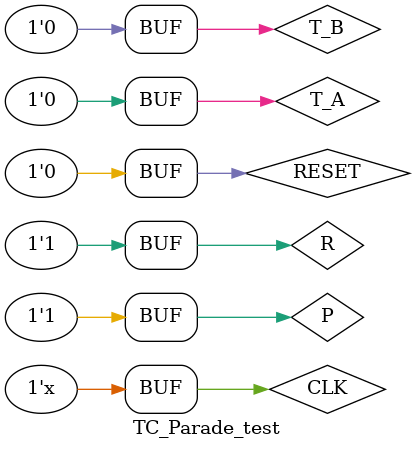
<source format=v>
`timescale 1ns / 1ps


module TC_Parade_test;

	// Inputs
	reg CLK;
	reg RESET;
	reg P;
	reg R;
	reg T_A;
	reg T_B;

	// Outputs
	wire [2:0] L_A;
	wire [2:0] L_B;

	// Instantiate the Unit Under Test (UUT)
	TC_Parade uut (
		.CLK(CLK), 
		.RESET(RESET), 
		.P(P), 
		.R(R), 
		.T_A(T_A), 
		.T_B(T_B), 
		.L_A(L_A), 
		.L_B(L_B)
	);

	initial begin
		// Initialize Inputs
		CLK = 0;
		RESET = 0;
		P = 1;
		R = 1;
		T_A = 0;
		T_B = 0;
    

		// Wait 100 ns for global reset to finish
		#100;
        
		// Add stimulus here

	end

  always begin
    #50 CLK = !CLK;
  end

endmodule


</source>
